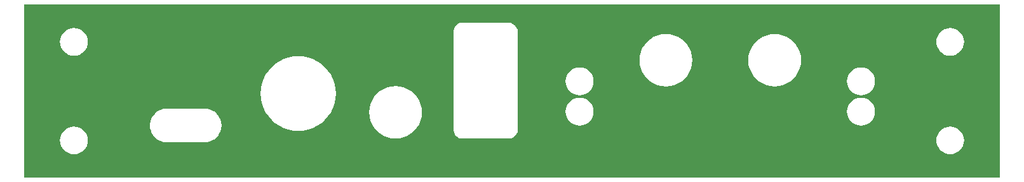
<source format=gbl>
G04 Layer_Physical_Order=2*
G04 Layer_Color=11436288*
%FSLAX25Y25*%
%MOIN*%
G70*
G01*
G75*
G36*
X610236Y98425D02*
X98425D01*
Y189764D01*
X610236D01*
Y98425D01*
D02*
G37*
%LPC*%
G36*
X242126Y162538D02*
X239549Y162369D01*
X237016Y161866D01*
X234571Y161036D01*
X232255Y159893D01*
X230107Y158458D01*
X228166Y156756D01*
X226463Y154814D01*
X225028Y152667D01*
X223886Y150351D01*
X223056Y147905D01*
X222552Y145372D01*
X222383Y142795D01*
X222552Y140218D01*
X223056Y137685D01*
X223886Y135240D01*
X225028Y132924D01*
X226463Y130777D01*
X228166Y128835D01*
X230107Y127132D01*
X232255Y125697D01*
X234571Y124555D01*
X237016Y123725D01*
X239549Y123221D01*
X242126Y123052D01*
X244703Y123221D01*
X247236Y123725D01*
X249681Y124555D01*
X251997Y125697D01*
X254145Y127132D01*
X256086Y128835D01*
X257789Y130777D01*
X259224Y132924D01*
X260366Y135240D01*
X261196Y137685D01*
X261700Y140218D01*
X261869Y142795D01*
X261700Y145372D01*
X261196Y147905D01*
X260366Y150351D01*
X259224Y152667D01*
X257789Y154814D01*
X256086Y156756D01*
X254145Y158458D01*
X251997Y159893D01*
X249681Y161036D01*
X247236Y161866D01*
X244703Y162369D01*
X242126Y162538D01*
D02*
G37*
G36*
X389764Y140602D02*
X388333Y140461D01*
X386957Y140044D01*
X385689Y139366D01*
X384577Y138454D01*
X383665Y137343D01*
X382988Y136074D01*
X382570Y134699D01*
X382429Y133268D01*
X382570Y131837D01*
X382988Y130461D01*
X383665Y129193D01*
X384577Y128081D01*
X385689Y127169D01*
X386957Y126491D01*
X388333Y126074D01*
X389764Y125933D01*
X391195Y126074D01*
X392571Y126491D01*
X393839Y127169D01*
X394950Y128081D01*
X395862Y129193D01*
X396540Y130461D01*
X396957Y131837D01*
X397098Y133268D01*
X396957Y134699D01*
X396540Y136074D01*
X395862Y137343D01*
X394950Y138454D01*
X393839Y139366D01*
X392571Y140044D01*
X391195Y140461D01*
X389764Y140602D01*
D02*
G37*
G36*
X537402D02*
X535971Y140461D01*
X534595Y140044D01*
X533327Y139366D01*
X532215Y138454D01*
X531303Y137343D01*
X530625Y136074D01*
X530208Y134699D01*
X530067Y133268D01*
X530208Y131837D01*
X530625Y130461D01*
X531303Y129193D01*
X532215Y128081D01*
X533327Y127169D01*
X534595Y126491D01*
X535971Y126074D01*
X537402Y125933D01*
X538833Y126074D01*
X540208Y126491D01*
X541476Y127169D01*
X542588Y128081D01*
X543500Y129193D01*
X544178Y130461D01*
X544595Y131837D01*
X544736Y133268D01*
X544595Y134699D01*
X544178Y136074D01*
X543500Y137343D01*
X542588Y138454D01*
X541476Y139366D01*
X540208Y140044D01*
X538833Y140461D01*
X537402Y140602D01*
D02*
G37*
G36*
X124409Y125445D02*
X122978Y125304D01*
X121603Y124886D01*
X120334Y124209D01*
X119223Y123296D01*
X118311Y122185D01*
X117633Y120917D01*
X117216Y119541D01*
X117075Y118110D01*
X117216Y116679D01*
X117633Y115303D01*
X118311Y114035D01*
X119223Y112924D01*
X120334Y112012D01*
X121603Y111334D01*
X122978Y110917D01*
X124409Y110776D01*
X125840Y110917D01*
X127216Y111334D01*
X128484Y112012D01*
X129596Y112924D01*
X130508Y114035D01*
X131186Y115303D01*
X131603Y116679D01*
X131744Y118110D01*
X131603Y119541D01*
X131186Y120917D01*
X130508Y122185D01*
X129596Y123296D01*
X128484Y124209D01*
X127216Y124886D01*
X125840Y125304D01*
X124409Y125445D01*
D02*
G37*
G36*
X584252D02*
X582821Y125304D01*
X581445Y124886D01*
X580177Y124209D01*
X579066Y123296D01*
X578154Y122185D01*
X577476Y120917D01*
X577058Y119541D01*
X576917Y118110D01*
X577058Y116679D01*
X577476Y115303D01*
X578154Y114035D01*
X579066Y112924D01*
X580177Y112012D01*
X581445Y111334D01*
X582821Y110917D01*
X584252Y110776D01*
X585683Y110917D01*
X587059Y111334D01*
X588327Y112012D01*
X589438Y112924D01*
X590350Y114035D01*
X591028Y115303D01*
X591445Y116679D01*
X591586Y118110D01*
X591445Y119541D01*
X591028Y120917D01*
X590350Y122185D01*
X589438Y123296D01*
X588327Y124209D01*
X587059Y124886D01*
X585683Y125304D01*
X584252Y125445D01*
D02*
G37*
G36*
X293150Y146712D02*
X290985Y146542D01*
X288874Y146035D01*
X286867Y145204D01*
X285016Y144069D01*
X283365Y142659D01*
X281955Y141008D01*
X280820Y139156D01*
X279989Y137150D01*
X279482Y135039D01*
X279312Y132874D01*
X279482Y130709D01*
X279989Y128598D01*
X280820Y126592D01*
X281955Y124740D01*
X283365Y123089D01*
X285016Y121679D01*
X286867Y120544D01*
X288874Y119713D01*
X290985Y119207D01*
X293150Y119036D01*
X295314Y119207D01*
X297426Y119713D01*
X299432Y120544D01*
X301283Y121679D01*
X302935Y123089D01*
X304345Y124740D01*
X305479Y126592D01*
X306310Y128598D01*
X306817Y130709D01*
X306988Y132874D01*
X306817Y135039D01*
X306310Y137150D01*
X305479Y139156D01*
X304345Y141008D01*
X302935Y142659D01*
X301283Y144069D01*
X299432Y145204D01*
X297426Y146035D01*
X295314Y146542D01*
X293150Y146712D01*
D02*
G37*
G36*
X173230Y134916D02*
X173180Y134906D01*
X173128Y134911D01*
X171585Y134759D01*
X171489Y134730D01*
X171389Y134720D01*
X169904Y134270D01*
X169816Y134222D01*
X169720Y134193D01*
X168352Y133462D01*
X168274Y133398D01*
X168186Y133351D01*
X166987Y132367D01*
X166923Y132289D01*
X166845Y132226D01*
X165861Y131027D01*
X165814Y130938D01*
X165750Y130861D01*
X165019Y129493D01*
X164990Y129397D01*
X164943Y129308D01*
X164492Y127824D01*
X164483Y127724D01*
X164453Y127628D01*
X164302Y126084D01*
X164311Y125984D01*
X164302Y125884D01*
X164453Y124341D01*
X164483Y124245D01*
X164492Y124145D01*
X164943Y122660D01*
X164990Y122572D01*
X165019Y122476D01*
X165750Y121108D01*
X165814Y121030D01*
X165861Y120942D01*
X166845Y119743D01*
X166923Y119679D01*
X166987Y119601D01*
X168186Y118617D01*
X168274Y118570D01*
X168352Y118506D01*
X169720Y117775D01*
X169816Y117746D01*
X169904Y117699D01*
X171389Y117248D01*
X171489Y117239D01*
X171585Y117209D01*
X173128Y117057D01*
X173179Y117062D01*
X173228Y117052D01*
X173375Y117082D01*
X173461Y117090D01*
X192911Y117052D01*
X192962Y117062D01*
X193013Y117057D01*
X194557Y117209D01*
X194653Y117239D01*
X194753Y117248D01*
X196237Y117699D01*
X196326Y117746D01*
X196422Y117775D01*
X197790Y118506D01*
X197867Y118570D01*
X197956Y118617D01*
X199155Y119601D01*
X199219Y119679D01*
X199296Y119743D01*
X200280Y120942D01*
X200328Y121030D01*
X200391Y121108D01*
X201122Y122476D01*
X201152Y122572D01*
X201199Y122660D01*
X201649Y124145D01*
X201659Y124245D01*
X201688Y124341D01*
X201840Y125884D01*
X201830Y125984D01*
X201840Y126084D01*
X201688Y127628D01*
X201659Y127724D01*
X201649Y127824D01*
X201199Y129308D01*
X201152Y129397D01*
X201122Y129493D01*
X200391Y130861D01*
X200328Y130938D01*
X200280Y131027D01*
X199296Y132226D01*
X199219Y132290D01*
X199155Y132367D01*
X197956Y133351D01*
X197867Y133398D01*
X197790Y133462D01*
X196422Y134193D01*
X196326Y134222D01*
X196237Y134270D01*
X194753Y134720D01*
X194653Y134730D01*
X194557Y134759D01*
X193013Y134911D01*
X192963Y134906D01*
X192913Y134916D01*
X192766Y134887D01*
X192681Y134878D01*
X173230Y134916D01*
D02*
G37*
G36*
X124409Y177413D02*
X122978Y177272D01*
X121603Y176855D01*
X120334Y176177D01*
X119223Y175265D01*
X118311Y174153D01*
X117633Y172886D01*
X117216Y171510D01*
X117075Y170079D01*
X117216Y168648D01*
X117633Y167272D01*
X118311Y166004D01*
X119223Y164892D01*
X120334Y163980D01*
X121603Y163303D01*
X122978Y162885D01*
X124409Y162744D01*
X125840Y162885D01*
X127216Y163303D01*
X128484Y163980D01*
X129596Y164892D01*
X130508Y166004D01*
X131186Y167272D01*
X131603Y168648D01*
X131744Y170079D01*
X131603Y171510D01*
X131186Y172886D01*
X130508Y174153D01*
X129596Y175265D01*
X128484Y176177D01*
X127216Y176855D01*
X125840Y177272D01*
X124409Y177413D01*
D02*
G37*
G36*
X584252D02*
X582821Y177272D01*
X581445Y176855D01*
X580177Y176177D01*
X579066Y175265D01*
X578154Y174153D01*
X577476Y172886D01*
X577058Y171510D01*
X576917Y170079D01*
X577058Y168648D01*
X577476Y167272D01*
X578154Y166004D01*
X579066Y164892D01*
X580177Y163980D01*
X581445Y163303D01*
X582821Y162885D01*
X584252Y162744D01*
X585683Y162885D01*
X587059Y163303D01*
X588327Y163980D01*
X589438Y164892D01*
X590350Y166004D01*
X591028Y167272D01*
X591445Y168648D01*
X591586Y170079D01*
X591445Y171510D01*
X591028Y172886D01*
X590350Y174153D01*
X589438Y175265D01*
X588327Y176177D01*
X587059Y176855D01*
X585683Y177272D01*
X584252Y177413D01*
D02*
G37*
G36*
X352362Y180187D02*
X352279Y180171D01*
X352195Y180174D01*
X352195Y180174D01*
X352148Y180156D01*
X352111Y180153D01*
X327756Y180154D01*
X327690Y180140D01*
X327623Y180145D01*
X327206Y180090D01*
X327080Y180047D01*
X326949Y180021D01*
X326103Y179671D01*
X325992Y179596D01*
X325872Y179537D01*
X325145Y178980D01*
X325058Y178879D01*
X324957Y178791D01*
X324399Y178065D01*
X324341Y177945D01*
X324266Y177834D01*
X323916Y176988D01*
X323890Y176857D01*
X323847Y176731D01*
X323727Y175822D01*
X323736Y175689D01*
X323727Y175556D01*
X323783Y175128D01*
X323783Y124083D01*
X323727Y123657D01*
X323736Y123523D01*
X323727Y123390D01*
X323847Y122482D01*
X323890Y122356D01*
X323916Y122225D01*
X324266Y121379D01*
X324341Y121268D01*
X324399Y121148D01*
X324957Y120421D01*
X325058Y120333D01*
X325145Y120233D01*
X325872Y119675D01*
X325992Y119616D01*
X326103Y119542D01*
X326949Y119191D01*
X327080Y119165D01*
X327206Y119123D01*
X327623Y119068D01*
X327690Y119072D01*
X327754Y119059D01*
X352361Y119025D01*
X352428Y119038D01*
X352495Y119034D01*
X353523Y119169D01*
X353649Y119212D01*
X353780Y119238D01*
X354738Y119635D01*
X354849Y119709D01*
X354968Y119768D01*
X355791Y120399D01*
X355879Y120499D01*
X355979Y120587D01*
X356610Y121410D01*
X356669Y121529D01*
X356743Y121640D01*
X357140Y122598D01*
X357166Y122729D01*
X357209Y122855D01*
X357344Y123883D01*
X357340Y123949D01*
X357353Y124014D01*
X357327Y124146D01*
X357319Y124264D01*
X357353Y175196D01*
X357340Y175262D01*
X357344Y175330D01*
X357209Y176358D01*
X357166Y176484D01*
X357140Y176615D01*
X356743Y177573D01*
X356669Y177683D01*
X356610Y177803D01*
X355979Y178626D01*
X355879Y178713D01*
X355791Y178814D01*
X354969Y179445D01*
X354849Y179504D01*
X354738Y179578D01*
X353780Y179974D01*
X353650Y180000D01*
X353523Y180043D01*
X352496Y180179D01*
X352428Y180174D01*
X352362Y180187D01*
D02*
G37*
G36*
X492126Y174271D02*
X489961Y174101D01*
X487850Y173594D01*
X485844Y172763D01*
X483992Y171628D01*
X482341Y170218D01*
X480931Y168567D01*
X479796Y166715D01*
X478965Y164709D01*
X478458Y162598D01*
X478288Y160433D01*
X478458Y158268D01*
X478965Y156157D01*
X479796Y154151D01*
X480931Y152299D01*
X482341Y150648D01*
X483992Y149238D01*
X485844Y148103D01*
X487850Y147272D01*
X489961Y146765D01*
X492126Y146595D01*
X494291Y146765D01*
X496402Y147272D01*
X498408Y148103D01*
X500260Y149238D01*
X501911Y150648D01*
X503321Y152299D01*
X504456Y154151D01*
X505287Y156157D01*
X505794Y158268D01*
X505964Y160433D01*
X505794Y162598D01*
X505287Y164709D01*
X504456Y166715D01*
X503321Y168567D01*
X501911Y170218D01*
X500260Y171628D01*
X498408Y172763D01*
X496402Y173594D01*
X494291Y174101D01*
X492126Y174271D01*
D02*
G37*
G36*
X389764Y156587D02*
X388333Y156446D01*
X386957Y156028D01*
X385689Y155350D01*
X384577Y154438D01*
X383665Y153327D01*
X382988Y152059D01*
X382570Y150683D01*
X382429Y149252D01*
X382570Y147821D01*
X382988Y146445D01*
X383665Y145177D01*
X384577Y144066D01*
X385689Y143154D01*
X386957Y142476D01*
X388333Y142058D01*
X389764Y141917D01*
X391195Y142058D01*
X392571Y142476D01*
X393839Y143154D01*
X394950Y144066D01*
X395862Y145177D01*
X396540Y146445D01*
X396957Y147821D01*
X397098Y149252D01*
X396957Y150683D01*
X396540Y152059D01*
X395862Y153327D01*
X394950Y154438D01*
X393839Y155350D01*
X392571Y156028D01*
X391195Y156446D01*
X389764Y156587D01*
D02*
G37*
G36*
X537402D02*
X535971Y156446D01*
X534595Y156028D01*
X533327Y155350D01*
X532215Y154438D01*
X531303Y153327D01*
X530625Y152059D01*
X530208Y150683D01*
X530067Y149252D01*
X530208Y147821D01*
X530625Y146445D01*
X531303Y145177D01*
X532215Y144066D01*
X533327Y143154D01*
X534595Y142476D01*
X535971Y142058D01*
X537402Y141917D01*
X538833Y142058D01*
X540208Y142476D01*
X541476Y143154D01*
X542588Y144066D01*
X543500Y145177D01*
X544178Y146445D01*
X544595Y147821D01*
X544736Y149252D01*
X544595Y150683D01*
X544178Y152059D01*
X543500Y153327D01*
X542588Y154438D01*
X541476Y155350D01*
X540208Y156028D01*
X538833Y156446D01*
X537402Y156587D01*
D02*
G37*
G36*
X435039Y174271D02*
X432875Y174101D01*
X430763Y173594D01*
X428757Y172763D01*
X426906Y171628D01*
X425254Y170218D01*
X423844Y168567D01*
X422710Y166715D01*
X421879Y164709D01*
X421372Y162598D01*
X421201Y160433D01*
X421372Y158268D01*
X421879Y156157D01*
X422710Y154151D01*
X423844Y152299D01*
X425254Y150648D01*
X426906Y149238D01*
X428757Y148103D01*
X430763Y147272D01*
X432875Y146765D01*
X435039Y146595D01*
X437204Y146765D01*
X439316Y147272D01*
X441322Y148103D01*
X443173Y149238D01*
X444824Y150648D01*
X446235Y152299D01*
X447369Y154151D01*
X448200Y156157D01*
X448707Y158268D01*
X448877Y160433D01*
X448707Y162598D01*
X448200Y164709D01*
X447369Y166715D01*
X446235Y168567D01*
X444824Y170218D01*
X443173Y171628D01*
X441322Y172763D01*
X439316Y173594D01*
X437204Y174101D01*
X435039Y174271D01*
D02*
G37*
%LPD*%
M02*

</source>
